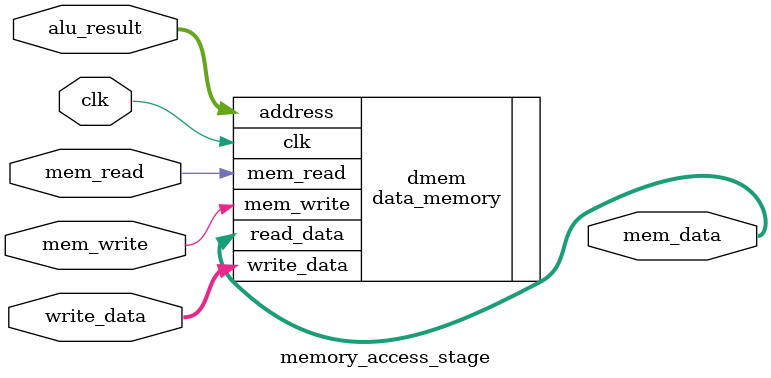
<source format=v>
`include "modules/components/data_memory.v"

module memory_access_stage(
    input wire clk,
    input wire mem_read,
    input wire mem_write,
    input wire [63:0] alu_result,
    input wire [63:0] write_data,
    output wire [63:0] mem_data
);

    wire [63:0] data_out;

    data_memory dmem(
        .clk(clk),
        .mem_read(mem_read),
        .mem_write(mem_write),
        .address(alu_result),
        .write_data(write_data),
        .read_data(mem_data)
    );

    always @(posedge clk) begin
        if(mem_write)
            $display("memory access:store %d to address %h", write_data, alu_result);
        if(mem_read)
            $display("memory access:load %d from address %h", mem_data, alu_result);
    end


endmodule
</source>
